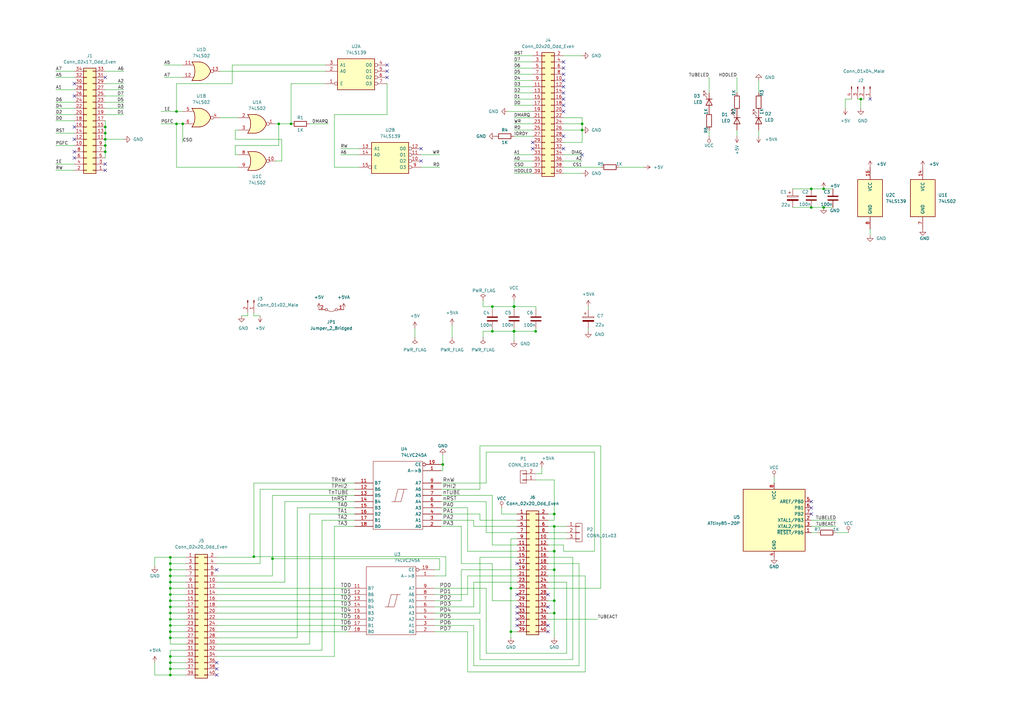
<source format=kicad_sch>
(kicad_sch (version 20211123) (generator eeschema)
  (paper "A3")
  (lib_symbols
    (symbol "74xx:74LS02" (pin_names (offset 1.016))
      (property "Reference" "U" (at 0 1.27 0))
      (property "Value" "74LS02" (at 0 -1.27 0))
      (symbol "74LS02_1_1"
        (pin output inverted (at 7.62 0 180) (length 3.81) (name "~") (number "1"))
        (pin input line (at -7.62 2.54 0) (length 4.318) (name "~") (number "2"))
        (pin input line (at -7.62 -2.54 0) (length 4.318) (name "~") (number "3"))
      )
      (symbol "74LS02_1_2"
        (pin output line (at 7.62 0 180) (length 3.81) (name "~") (number "1"))
        (pin input inverted (at -7.62 2.54 0) (length 3.81) (name "~") (number "2"))
        (pin input inverted (at -7.62 -2.54 0) (length 3.81) (name "~") (number "3"))
      )
      (symbol "74LS02_2_1"
        (pin output inverted (at 7.62 0 180) (length 3.81) (name "~") (number "4"))
        (pin input line (at -7.62 2.54 0) (length 4.318) (name "~") (number "5"))
        (pin input line (at -7.62 -2.54 0) (length 4.318) (name "~") (number "6"))
      )
      (symbol "74LS02_2_2"
        (pin output line (at 7.62 0 180) (length 3.81) (name "~") (number "4"))
        (pin input inverted (at -7.62 2.54 0) (length 3.81) (name "~") (number "5"))
        (pin input inverted (at -7.62 -2.54 0) (length 3.81) (name "~") (number "6"))
      )
      (symbol "74LS02_3_1"
        (pin output inverted (at 7.62 0 180) (length 3.81) (name "~") (number "10"))
        (pin input line (at -7.62 2.54 0) (length 4.318) (name "~") (number "8"))
        (pin input line (at -7.62 -2.54 0) (length 4.318) (name "~") (number "9"))
      )
      (symbol "74LS02_3_2"
        (pin output line (at 7.62 0 180) (length 3.81) (name "~") (number "10"))
        (pin input inverted (at -7.62 2.54 0) (length 3.81) (name "~") (number "8"))
        (pin input inverted (at -7.62 -2.54 0) (length 3.81) (name "~") (number "9"))
      )
      (symbol "74LS02_4_1"
        (pin input line (at -7.62 2.54 0) (length 4.318) (name "~") (number "11"))
        (pin input line (at -7.62 -2.54 0) (length 4.318) (name "~") (number "12"))
        (pin output inverted (at 7.62 0 180) (length 3.81) (name "~") (number "13"))
      )
      (symbol "74LS02_4_2"
        (pin input inverted (at -7.62 2.54 0) (length 3.81) (name "~") (number "11"))
        (pin input inverted (at -7.62 -2.54 0) (length 3.81) (name "~") (number "12"))
        (pin output line (at 7.62 0 180) (length 3.81) (name "~") (number "13"))
      )
      (symbol "74LS02_5_0"
        (pin power_in line (at 0 12.7 270) (length 5.08) (name "VCC") (number "14"))
        (pin power_in line (at 0 -12.7 90) (length 5.08) (name "GND") (number "7"))
      )
    )
    (symbol "74xx:74LS139" (pin_names (offset 1.016))
      (property "Reference" "U" (at -7.62 8.89 0))
      (property "Value" "74LS139" (at -7.62 -8.89 0))
      (symbol "74LS139_1_0"
        (pin input inverted (at -12.7 -5.08 0) (length 5.08) (name "E") (number "1"))
        (pin input line (at -12.7 0 0) (length 5.08) (name "A0") (number "2"))
        (pin input line (at -12.7 2.54 0) (length 5.08) (name "A1") (number "3"))
        (pin output inverted (at 12.7 2.54 180) (length 5.08) (name "O0") (number "4"))
        (pin output inverted (at 12.7 0 180) (length 5.08) (name "O1") (number "5"))
        (pin output inverted (at 12.7 -2.54 180) (length 5.08) (name "O2") (number "6"))
        (pin output inverted (at 12.7 -5.08 180) (length 5.08) (name "O3") (number "7"))
      )
      (symbol "74LS139_2_0"
        (pin output inverted (at 12.7 -2.54 180) (length 5.08) (name "O2") (number "10"))
        (pin output inverted (at 12.7 0 180) (length 5.08) (name "O1") (number "11"))
        (pin output inverted (at 12.7 2.54 180) (length 5.08) (name "O0") (number "12"))
        (pin input line (at -12.7 2.54 0) (length 5.08) (name "A1") (number "13"))
        (pin input line (at -12.7 0 0) (length 5.08) (name "A0") (number "14"))
        (pin input inverted (at -12.7 -5.08 0) (length 5.08) (name "E") (number "15"))
        (pin output inverted (at 12.7 -5.08 180) (length 5.08) (name "O3") (number "9"))
      )
      (symbol "74LS139_3_0"
        (pin power_in line (at 0 12.7 270) (length 5.08) (name "VCC") (number "16"))
        (pin power_in line (at 0 -12.7 90) (length 5.08) (name "GND") (number "8"))
      )
    )
    (symbol "BBCWinchesterPro:74LVC245A"
      (property "Reference" "U" (at 7.62 19.05 0))
      (property "Value" "74LVC245A" (at -10.795 19.05 0))
      (symbol "74LVC245A_0_0"
        (pin power_in line (at 0 -13.97 90) (length 0) hide (name "GND") (number "10"))
        (pin power_in line (at 0 13.97 270) (length 0) hide (name "VCC") (number "20"))
      )
      (symbol "74LVC245A_1_1"
        (pin input line (at -17.145 -10.16 0) (length 7.62) (name "A->B") (number "1"))
        (pin tri_state line (at 18.415 -5.08 180) (length 7.62) (name "B7") (number "11"))
        (pin tri_state line (at 18.415 -2.54 180) (length 7.62) (name "B6") (number "12"))
        (pin tri_state line (at 18.415 0 180) (length 7.62) (name "B5") (number "13"))
        (pin tri_state line (at 18.415 2.54 180) (length 7.62) (name "B4") (number "14"))
        (pin tri_state line (at 18.415 5.08 180) (length 7.62) (name "B3") (number "15"))
        (pin tri_state line (at 18.415 7.62 180) (length 7.62) (name "B2") (number "16"))
        (pin tri_state line (at 18.415 10.16 180) (length 7.62) (name "B1") (number "17"))
        (pin tri_state line (at 18.415 12.7 180) (length 7.62) (name "B0") (number "18"))
        (pin input inverted (at -17.145 -12.7 0) (length 7.62) (name "CE") (number "19"))
        (pin tri_state line (at -17.145 12.7 0) (length 7.62) (name "A0") (number "2"))
        (pin tri_state line (at -17.145 10.16 0) (length 7.62) (name "A1") (number "3"))
        (pin tri_state line (at -17.145 7.62 0) (length 7.62) (name "A2") (number "4"))
        (pin tri_state line (at -17.145 5.08 0) (length 7.62) (name "A3") (number "5"))
        (pin tri_state line (at -17.145 2.54 0) (length 7.62) (name "A4") (number "6"))
        (pin tri_state line (at -17.145 0 0) (length 7.62) (name "A5") (number "7"))
        (pin tri_state line (at -17.145 -2.54 0) (length 7.62) (name "A6") (number "8"))
        (pin tri_state line (at -17.145 -5.08 0) (length 7.62) (name "A7") (number "9"))
      )
    )
    (symbol "BBCWinchesterPro:CONN_01X02"
      (property "Reference" "P" (at -0.762 3.683 0))
      (property "Value" "CONN_01X02" (at 3.048 -0.508 90))
      (symbol "CONN_01X02_1_1"
        (pin passive line (at -4.699 1.016 0) (length 3.81) (name "") (number "1"))
        (pin passive line (at -4.699 -1.524 0) (length 3.81) (name "") (number "2"))
      )
    )
    (symbol "BBCWinchesterPro:CONN_01x03"
      (property "Reference" "P" (at 1.016 5.207 0))
      (property "Value" "CONN_01x03" (at 4.826 0 90))
      (symbol "CONN_01x03_1_1"
        (pin passive line (at -3.175 2.413 0) (length 3.81) (name "") (number "1"))
        (pin passive line (at -3.175 -0.127 0) (length 3.81) (name "") (number "2"))
        (pin passive line (at -3.175 -2.667 0) (length 3.81) (name "") (number "3"))
      )
    )
    (symbol "Connector:Conn_01x02_Male" (pin_names (offset 1.016) hide)
      (property "Reference" "J" (at 0 2.54 0))
      (property "Value" "Conn_01x02_Male" (at 0 -5.08 0))
      (symbol "Conn_01x02_Male_1_1"
        (pin passive line (at 5.08 0 180) (length 3.81) (name "Pin_1") (number "1"))
        (pin passive line (at 5.08 -2.54 180) (length 3.81) (name "Pin_2") (number "2"))
      )
    )
    (symbol "Connector:Conn_01x04_Male" (pin_names (offset 1.016) hide)
      (property "Reference" "J" (at 0 5.08 0))
      (property "Value" "Conn_01x04_Male" (at 0 -7.62 0))
      (symbol "Conn_01x04_Male_1_1"
        (pin passive line (at 5.08 2.54 180) (length 3.81) (name "Pin_1") (number "1"))
        (pin passive line (at 5.08 0 180) (length 3.81) (name "Pin_2") (number "2"))
        (pin passive line (at 5.08 -2.54 180) (length 3.81) (name "Pin_3") (number "3"))
        (pin passive line (at 5.08 -5.08 180) (length 3.81) (name "Pin_4") (number "4"))
      )
    )
    (symbol "Connector_Generic:Conn_02x17_Odd_Even" (pin_names (offset 1.016) hide)
      (property "Reference" "J" (at 1.27 22.86 0))
      (property "Value" "Conn_02x17_Odd_Even" (at 1.27 -22.86 0))
      (symbol "Conn_02x17_Odd_Even_1_1"
        (pin passive line (at -5.08 20.32 0) (length 3.81) (name "Pin_1") (number "1"))
        (pin passive line (at 7.62 10.16 180) (length 3.81) (name "Pin_10") (number "10"))
        (pin passive line (at -5.08 7.62 0) (length 3.81) (name "Pin_11") (number "11"))
        (pin passive line (at 7.62 7.62 180) (length 3.81) (name "Pin_12") (number "12"))
        (pin passive line (at -5.08 5.08 0) (length 3.81) (name "Pin_13") (number "13"))
        (pin passive line (at 7.62 5.08 180) (length 3.81) (name "Pin_14") (number "14"))
        (pin passive line (at -5.08 2.54 0) (length 3.81) (name "Pin_15") (number "15"))
        (pin passive line (at 7.62 2.54 180) (length 3.81) (name "Pin_16") (number "16"))
        (pin passive line (at -5.08 0 0) (length 3.81) (name "Pin_17") (number "17"))
        (pin passive line (at 7.62 0 180) (length 3.81) (name "Pin_18") (number "18"))
        (pin passive line (at -5.08 -2.54 0) (length 3.81) (name "Pin_19") (number "19"))
        (pin passive line (at 7.62 20.32 180) (length 3.81) (name "Pin_2") (number "2"))
        (pin passive line (at 7.62 -2.54 180) (length 3.81) (name "Pin_20") (number "20"))
        (pin passive line (at -5.08 -5.08 0) (length 3.81) (name "Pin_21") (number "21"))
        (pin passive line (at 7.62 -5.08 180) (length 3.81) (name "Pin_22") (number "22"))
        (pin passive line (at -5.08 -7.62 0) (length 3.81) (name "Pin_23") (number "23"))
        (pin passive line (at 7.62 -7.62 180) (length 3.81) (name "Pin_24") (number "24"))
        (pin passive line (at -5.08 -10.16 0) (length 3.81) (name "Pin_25") (number "25"))
        (pin passive line (at 7.62 -10.16 180) (length 3.81) (name "Pin_26") (number "26"))
        (pin passive line (at -5.08 -12.7 0) (length 3.81) (name "Pin_27") (number "27"))
        (pin passive line (at 7.62 -12.7 180) (length 3.81) (name "Pin_28") (number "28"))
        (pin passive line (at -5.08 -15.24 0) (length 3.81) (name "Pin_29") (number "29"))
        (pin passive line (at -5.08 17.78 0) (length 3.81) (name "Pin_3") (number "3"))
        (pin passive line (at 7.62 -15.24 180) (length 3.81) (name "Pin_30") (number "30"))
        (pin passive line (at -5.08 -17.78 0) (length 3.81) (name "Pin_31") (number "31"))
        (pin passive line (at 7.62 -17.78 180) (length 3.81) (name "Pin_32") (number "32"))
        (pin passive line (at -5.08 -20.32 0) (length 3.81) (name "Pin_33") (number "33"))
        (pin passive line (at 7.62 -20.32 180) (length 3.81) (name "Pin_34") (number "34"))
        (pin passive line (at 7.62 17.78 180) (length 3.81) (name "Pin_4") (number "4"))
        (pin passive line (at -5.08 15.24 0) (length 3.81) (name "Pin_5") (number "5"))
        (pin passive line (at 7.62 15.24 180) (length 3.81) (name "Pin_6") (number "6"))
        (pin passive line (at -5.08 12.7 0) (length 3.81) (name "Pin_7") (number "7"))
        (pin passive line (at 7.62 12.7 180) (length 3.81) (name "Pin_8") (number "8"))
        (pin passive line (at -5.08 10.16 0) (length 3.81) (name "Pin_9") (number "9"))
      )
    )
    (symbol "Connector_Generic:Conn_02x20_Odd_Even" (pin_names (offset 1.016) hide)
      (property "Reference" "J" (at 1.27 25.4 0))
      (property "Value" "Conn_02x20_Odd_Even" (at 1.27 -27.94 0))
      (symbol "Conn_02x20_Odd_Even_1_1"
        (pin passive line (at -5.08 22.86 0) (length 3.81) (name "Pin_1") (number "1"))
        (pin passive line (at 7.62 12.7 180) (length 3.81) (name "Pin_10") (number "10"))
        (pin passive line (at -5.08 10.16 0) (length 3.81) (name "Pin_11") (number "11"))
        (pin passive line (at 7.62 10.16 180) (length 3.81) (name "Pin_12") (number "12"))
        (pin passive line (at -5.08 7.62 0) (length 3.81) (name "Pin_13") (number "13"))
        (pin passive line (at 7.62 7.62 180) (length 3.81) (name "Pin_14") (number "14"))
        (pin passive line (at -5.08 5.08 0) (length 3.81) (name "Pin_15") (number "15"))
        (pin passive line (at 7.62 5.08 180) (length 3.81) (name "Pin_16") (number "16"))
        (pin passive line (at -5.08 2.54 0) (length 3.81) (name "Pin_17") (number "17"))
        (pin passive line (at 7.62 2.54 180) (length 3.81) (name "Pin_18") (number "18"))
        (pin passive line (at -5.08 0 0) (length 3.81) (name "Pin_19") (number "19"))
        (pin passive line (at 7.62 22.86 180) (length 3.81) (name "Pin_2") (number "2"))
        (pin passive line (at 7.62 0 180) (length 3.81) (name "Pin_20") (number "20"))
        (pin passive line (at -5.08 -2.54 0) (length 3.81) (name "Pin_21") (number "21"))
        (pin passive line (at 7.62 -2.54 180) (length 3.81) (name "Pin_22") (number "22"))
        (pin passive line (at -5.08 -5.08 0) (length 3.81) (name "Pin_23") (number "23"))
        (pin passive line (at 7.62 -5.08 180) (length 3.81) (name "Pin_24") (number "24"))
        (pin passive line (at -5.08 -7.62 0) (length 3.81) (name "Pin_25") (number "25"))
        (pin passive line (at 7.62 -7.62 180) (length 3.81) (name "Pin_26") (number "26"))
        (pin passive line (at -5.08 -10.16 0) (length 3.81) (name "Pin_27") (number "27"))
        (pin passive line (at 7.62 -10.16 180) (length 3.81) (name "Pin_28") (number "28"))
        (pin passive line (at -5.08 -12.7 0) (length 3.81) (name "Pin_29") (number "29"))
        (pin passive line (at -5.08 20.32 0) (length 3.81) (name "Pin_3") (number "3"))
        (pin passive line (at 7.62 -12.7 180) (length 3.81) (name "Pin_30") (number "30"))
        (pin passive line (at -5.08 -15.24 0) (length 3.81) (name "Pin_31") (number "31"))
        (pin passive line (at 7.62 -15.24 180) (length 3.81) (name "Pin_32") (number "32"))
        (pin passive line (at -5.08 -17.78 0) (length 3.81) (name "Pin_33") (number "33"))
        (pin passive line (at 7.62 -17.78 180) (length 3.81) (name "Pin_34") (number "34"))
        (pin passive line (at -5.08 -20.32 0) (length 3.81) (name "Pin_35") (number "35"))
        (pin passive line (at 7.62 -20.32 180) (length 3.81) (name "Pin_36") (number "36"))
        (pin passive line (at -5.08 -22.86 0) (length 3.81) (name "Pin_37") (number "37"))
        (pin passive line (at 7.62 -22.86 180) (length 3.81) (name "Pin_38") (number "38"))
        (pin passive line (at -5.08 -25.4 0) (length 3.81) (name "Pin_39") (number "39"))
        (pin passive line (at 7.62 20.32 180) (length 3.81) (name "Pin_4") (number "4"))
        (pin passive line (at 7.62 -25.4 180) (length 3.81) (name "Pin_40") (number "40"))
        (pin passive line (at -5.08 17.78 0) (length 3.81) (name "Pin_5") (number "5"))
        (pin passive line (at 7.62 17.78 180) (length 3.81) (name "Pin_6") (number "6"))
        (pin passive line (at -5.08 15.24 0) (length 3.81) (name "Pin_7") (number "7"))
        (pin passive line (at 7.62 15.24 180) (length 3.81) (name "Pin_8") (number "8"))
        (pin passive line (at -5.08 12.7 0) (length 3.81) (name "Pin_9") (number "9"))
      )
    )
    (symbol "Device:C" (pin_numbers hide) (pin_names (offset 0.254))
      (property "Reference" "C" (at 0.635 2.54 0))
      (property "Value" "C" (at 0.635 -2.54 0))
      (symbol "C_1_1"
        (pin passive line (at 0 3.81 270) (length 2.794) (name "~") (number "1"))
        (pin passive line (at 0 -3.81 90) (length 2.794) (name "~") (number "2"))
      )
    )
    (symbol "Device:C_Polarized" (pin_numbers hide) (pin_names (offset 0.254))
      (property "Reference" "C" (at 0.635 2.54 0))
      (property "Value" "C_Polarized" (at 0.635 -2.54 0))
      (symbol "C_Polarized_1_1"
        (pin passive line (at 0 3.81 270) (length 2.794) (name "~") (number "1"))
        (pin passive line (at 0 -3.81 90) (length 2.794) (name "~") (number "2"))
      )
    )
    (symbol "Device:LED" (pin_numbers hide) (pin_names (offset 1.016) hide)
      (property "Reference" "D" (at 0 2.54 0))
      (property "Value" "LED" (at 0 -2.54 0))
      (symbol "LED_1_1"
        (pin passive line (at -3.81 0 0) (length 2.54) (name "K") (number "1"))
        (pin passive line (at 3.81 0 180) (length 2.54) (name "A") (number "2"))
      )
    )
    (symbol "Device:R" (pin_numbers hide) (pin_names (offset 0))
      (property "Reference" "R" (at 2.032 0 90))
      (property "Value" "R" (at 0 0 90))
      (symbol "R_1_1"
        (pin passive line (at 0 3.81 270) (length 1.27) (name "~") (number "1"))
        (pin passive line (at 0 -3.81 90) (length 1.27) (name "~") (number "2"))
      )
    )
    (symbol "Jumper:Jumper_2_Bridged" (pin_names (offset 0) hide)
      (property "Reference" "JP" (at 0 1.905 0))
      (property "Value" "Jumper_2_Bridged" (at 0 -2.54 0))
      (symbol "Jumper_2_Bridged_1_1"
        (pin passive line (at -5.08 0 0) (length 2.54) (name "A") (number "1"))
        (pin passive line (at 5.08 0 180) (length 2.54) (name "B") (number "2"))
      )
    )
    (symbol "MCU_Microchip_ATtiny:ATtiny85-20P"
      (property "Reference" "U" (at -12.7 13.97 0))
      (property "Value" "ATtiny85-20P" (at 2.54 -13.97 0))
      (symbol "ATtiny85-20P_1_1"
        (pin bidirectional line (at 15.24 -5.08 180) (length 2.54) (name "~{RESET}/PB5") (number "1"))
        (pin bidirectional line (at 15.24 0 180) (length 2.54) (name "XTAL1/PB3") (number "2"))
        (pin bidirectional line (at 15.24 -2.54 180) (length 2.54) (name "XTAL2/PB4") (number "3"))
        (pin power_in line (at 0 -15.24 90) (length 2.54) (name "GND") (number "4"))
        (pin bidirectional line (at 15.24 7.62 180) (length 2.54) (name "AREF/PB0") (number "5"))
        (pin bidirectional line (at 15.24 5.08 180) (length 2.54) (name "PB1") (number "6"))
        (pin bidirectional line (at 15.24 2.54 180) (length 2.54) (name "PB2") (number "7"))
        (pin power_in line (at 0 15.24 270) (length 2.54) (name "VCC") (number "8"))
      )
    )
    (symbol "pitubedirect-hat-dip-rescue:GND" (power) (pin_names (offset 0))
      (property "Value" "GND" (at 0 -3.81 0))
      (symbol "GND_1_1"
        (pin power_in line (at 0 0 270) (length 0) hide (name "GND") (number "1"))
      )
    )
    (symbol "pitubedirect-hat-dip-rescue:VCC" (power) (pin_names (offset 0))
      (property "Value" "VCC" (at 0 3.81 0))
      (symbol "VCC_1_1"
        (pin power_in line (at 0 0 90) (length 0) hide (name "VCC") (number "1"))
      )
    )
    (symbol "power:+5V" (power) (pin_names (offset 0))
      (property "Value" "+5V" (at 0 3.556 0))
      (symbol "+5V_1_1"
        (pin power_in line (at 0 0 90) (length 0) hide (name "+5V") (number "1"))
      )
    )
    (symbol "power:+5VA" (power) (pin_names (offset 0))
      (property "Value" "+5VA" (at 0 3.556 0))
      (symbol "+5VA_1_1"
        (pin power_in line (at 0 0 90) (length 0) hide (name "+5VA") (number "1"))
      )
    )
    (symbol "power:GND" (power) (pin_names (offset 0))
      (property "Value" "GND" (at 0 -3.81 0))
      (symbol "GND_1_1"
        (pin power_in line (at 0 0 270) (length 0) hide (name "GND") (number "1"))
      )
    )
    (symbol "power:PWR_FLAG" (power) (pin_numbers hide) (pin_names (offset 0) hide)
      (property "Value" "PWR_FLAG" (at 0 3.81 0))
      (symbol "PWR_FLAG_0_0"
        (pin power_out line (at 0 0 90) (length 0) (name "pwr") (number "1"))
      )
    )
    (symbol "power:VCC" (power) (pin_names (offset 0))
      (property "Value" "VCC" (at 0 3.81 0))
      (symbol "VCC_1_1"
        (pin power_in line (at 0 0 90) (length 0) hide (name "VCC") (number "1"))
      )
    )
  )
  (junction (at 119.38 50.8))
  (junction (at 201.9554 135.89))
  (junction (at 69.85 261.62))
  (junction (at 201.9554 125.73))
  (junction (at 69.85 256.54))
  (junction (at 227.33 215.9))
  (junction (at 337.82 77.47))
  (junction (at 227.33 246.38))
  (junction (at 111.76 229.1334))
  (junction (at 69.85 259.08))
  (junction (at 210.8454 125.73))
  (junction (at 337.82 85.09))
  (junction (at 72.39 45.72))
  (junction (at 238.76 53.34))
  (junction (at 69.85 246.38))
  (junction (at 227.33 210.82))
  (junction (at 69.85 233.68))
  (junction (at 209.55 241.3))
  (junction (at 227.33 251.46))
  (junction (at 69.85 241.3))
  (junction (at 43.18 52.07))
  (junction (at 69.85 236.22))
  (junction (at 210.82 135.89))
  (junction (at 69.85 269.24))
  (junction (at 332.74 85.09))
  (junction (at 69.85 248.92))
  (junction (at 227.33 226.06))
  (junction (at 69.85 276.86))
  (junction (at 209.55 259.08))
  (junction (at 210.8454 135.89))
  (junction (at 227.33 233.68))
  (junction (at 69.85 238.76))
  (junction (at 219.6846 135.89))
  (junction (at 69.85 274.32))
  (junction (at 104.14 228.2952))
  (junction (at 69.85 228.6))
  (junction (at 114.3 50.8))
  (junction (at 69.85 243.84))
  (junction (at 43.18 57.15))
  (junction (at 353.06 40.64))
  (junction (at 238.76 50.8))
  (junction (at 43.18 54.61))
  (junction (at 69.85 254))
  (junction (at 69.85 271.78))
  (junction (at 74.93 50.8))
  (junction (at 43.18 62.23))
  (junction (at 332.74 77.47))
  (junction (at 210.82 125.73))
  (junction (at 69.85 251.46))
  (junction (at 69.85 231.14))
  (junction (at 72.39 50.8))
  (junction (at 181.61 190.5))
  (junction (at 43.18 59.69))
  (no_connect (at 231.14 30.48))
  (no_connect (at 88.9 274.32))
  (no_connect (at 231.14 43.18))
  (no_connect (at 356.87 40.64))
  (no_connect (at 88.9 271.78))
  (no_connect (at 88.9 276.86))
  (no_connect (at 332.74 205.74))
  (no_connect (at 238.76 63.5))
  (no_connect (at 224.79 248.92))
  (no_connect (at 231.14 35.56))
  (no_connect (at 212.09 256.54))
  (no_connect (at 30.48 39.37))
  (no_connect (at 43.18 31.75))
  (no_connect (at 30.48 64.77))
  (no_connect (at 212.09 251.46))
  (no_connect (at 212.09 243.84))
  (no_connect (at 30.48 62.23))
  (no_connect (at 218.44 60.96))
  (no_connect (at 224.79 259.08))
  (no_connect (at 30.48 34.29))
  (no_connect (at 158.75 26.67))
  (no_connect (at 231.14 38.1))
  (no_connect (at 231.14 55.88))
  (no_connect (at 218.44 58.42))
  (no_connect (at 43.18 69.85))
  (no_connect (at 172.72 60.96))
  (no_connect (at 231.14 33.02))
  (no_connect (at 231.14 25.4))
  (no_connect (at 231.14 45.72))
  (no_connect (at 231.14 60.96))
  (no_connect (at 172.72 66.04))
  (no_connect (at 30.48 52.07))
  (no_connect (at 88.9 233.68))
  (no_connect (at 212.09 248.92))
  (no_connect (at 158.75 29.21))
  (no_connect (at 231.14 40.64))
  (no_connect (at 332.74 208.28))
  (no_connect (at 224.79 256.54))
  (no_connect (at 224.79 243.84))
  (no_connect (at 212.09 231.14))
  (no_connect (at 30.48 57.15))
  (no_connect (at 332.74 210.82))
  (no_connect (at 158.75 31.75))
  (no_connect (at 43.18 67.31))
  (no_connect (at 212.09 254))
  (no_connect (at 231.14 27.94))
  (wire (pts (xy 127 264.16) (xy 127 210.82)))
  (wire (pts (xy 22.86 31.75) (xy 30.48 31.75)))
  (wire (pts (xy 66.04 50.8) (xy 72.39 50.8)))
  (wire (pts (xy 231.14 63.5) (xy 238.76 63.5)))
  (wire (pts (xy 231.14 58.42) (xy 238.76 58.42)))
  (wire (pts (xy 111.76 229.1334) (xy 111.76 236.22)))
  (wire (pts (xy 191.77 208.28) (xy 191.77 226.06)))
  (wire (pts (xy 69.85 254) (xy 69.85 256.54)))
  (wire (pts (xy 210.82 53.34) (xy 218.44 53.34)))
  (wire (pts (xy 96.52 63.5) (xy 97.79 63.5)))
  (wire (pts (xy 241.3 135.89) (xy 241.3 134.6708)))
  (wire (pts (xy 22.86 44.45) (xy 30.48 44.45)))
  (wire (pts (xy 337.82 85.09) (xy 341.63 85.09)))
  (wire (pts (xy 332.74 213.36) (xy 342.9 213.36)))
  (wire (pts (xy 88.9 248.92) (xy 142.6464 248.92)))
  (wire (pts (xy 43.18 41.91) (xy 50.8 41.91)))
  (wire (pts (xy 234.95 228.6) (xy 234.95 270.51)))
  (wire (pts (xy 332.74 77.47) (xy 337.82 77.47)))
  (wire (pts (xy 346.71 40.64) (xy 349.25 40.64)))
  (wire (pts (xy 88.9 243.84) (xy 142.6464 243.84)))
  (wire (pts (xy 337.82 77.47) (xy 341.63 77.47)))
  (wire (pts (xy 209.55 259.08) (xy 209.55 261.62)))
  (wire (pts (xy 196.85 270.51) (xy 196.85 254)))
  (wire (pts (xy 210.82 135.89) (xy 210.8454 135.89)))
  (wire (pts (xy 198.12 138.43) (xy 198.12 135.89)))
  (wire (pts (xy 104.14 129.54) (xy 104.14 128.27)))
  (wire (pts (xy 212.09 228.6) (xy 196.85 228.6)))
  (wire (pts (xy 22.86 69.85) (xy 30.48 69.85)))
  (wire (pts (xy 132.08 213.36) (xy 145.415 213.36)))
  (wire (pts (xy 69.85 228.6) (xy 76.2 228.6)))
  (wire (pts (xy 172.72 68.58) (xy 180.34 68.58)))
  (wire (pts (xy 181.61 186.69) (xy 181.61 190.5)))
  (wire (pts (xy 210.82 43.18) (xy 218.44 43.18)))
  (wire (pts (xy 224.79 241.3) (xy 246.38 241.3)))
  (wire (pts (xy 180.975 215.9) (xy 189.23 215.9)))
  (wire (pts (xy 201.9554 135.89) (xy 210.82 135.89)))
  (wire (pts (xy 76.2 266.7) (xy 69.85 266.7)))
  (wire (pts (xy 311.15 33.02) (xy 311.15 38.1)))
  (wire (pts (xy 111.76 229.1334) (xy 180.3146 229.1334)))
  (wire (pts (xy 119.38 34.29) (xy 119.38 50.8)))
  (wire (pts (xy 342.9 218.44) (xy 347.98 218.44)))
  (wire (pts (xy 111.76 203.2) (xy 111.76 229.1334)))
  (wire (pts (xy 180.975 210.82) (xy 196.85 210.82)))
  (wire (pts (xy 178.2064 259.08) (xy 191.77 259.08)))
  (wire (pts (xy 43.18 54.61) (xy 43.18 57.15)))
  (wire (pts (xy 101.6 128.27) (xy 101.6 129.54)))
  (wire (pts (xy 69.85 248.92) (xy 76.2 248.92)))
  (wire (pts (xy 210.8454 125.73) (xy 219.8116 125.73)))
  (wire (pts (xy 210.82 22.86) (xy 218.44 22.86)))
  (wire (pts (xy 104.14 198.12) (xy 145.415 198.12)))
  (wire (pts (xy 67.31 31.75) (xy 74.93 31.75)))
  (wire (pts (xy 180.975 203.2) (xy 201.93 203.2)))
  (wire (pts (xy 69.85 271.78) (xy 76.2 271.78)))
  (wire (pts (xy 96.52 59.69) (xy 114.3 59.69)))
  (wire (pts (xy 22.86 41.91) (xy 30.48 41.91)))
  (wire (pts (xy 210.82 48.26) (xy 218.44 48.26)))
  (wire (pts (xy 69.85 254) (xy 76.2 254)))
  (wire (pts (xy 227.33 246.38) (xy 227.33 251.46)))
  (wire (pts (xy 209.55 241.3) (xy 212.09 241.3)))
  (wire (pts (xy 332.74 85.09) (xy 337.82 85.09)))
  (wire (pts (xy 332.74 215.9) (xy 342.9 215.9)))
  (wire (pts (xy 99.06 129.54) (xy 101.6 129.54)))
  (wire (pts (xy 90.17 29.21) (xy 133.35 29.21)))
  (wire (pts (xy 210.82 33.02) (xy 218.44 33.02)))
  (wire (pts (xy 224.79 236.22) (xy 240.03 236.22)))
  (wire (pts (xy 227.33 213.36) (xy 224.79 213.36)))
  (wire (pts (xy 69.85 274.32) (xy 76.2 274.32)))
  (wire (pts (xy 191.77 226.06) (xy 212.09 226.06)))
  (wire (pts (xy 63.5 228.6) (xy 63.5 232.41)))
  (wire (pts (xy 178.2064 236.22) (xy 182.88 236.22)))
  (wire (pts (xy 88.9 259.08) (xy 142.6464 259.08)))
  (wire (pts (xy 351.79 40.64) (xy 353.06 40.64)))
  (wire (pts (xy 22.86 46.99) (xy 30.48 46.99)))
  (wire (pts (xy 76.2 269.24) (xy 69.85 269.24)))
  (wire (pts (xy 178.2064 241.3) (xy 199.39 241.3)))
  (wire (pts (xy 231.14 53.34) (xy 238.76 53.34)))
  (wire (pts (xy 238.76 50.8) (xy 238.76 53.34)))
  (wire (pts (xy 201.93 223.52) (xy 212.09 223.52)))
  (wire (pts (xy 67.31 26.67) (xy 74.93 26.67)))
  (wire (pts (xy 72.39 68.58) (xy 72.39 50.8)))
  (wire (pts (xy 180.975 200.66) (xy 196.85 200.66)))
  (wire (pts (xy 69.85 271.78) (xy 69.85 274.32)))
  (wire (pts (xy 231.14 226.06) (xy 243.84 226.06)))
  (wire (pts (xy 180.975 190.5) (xy 181.61 190.5)))
  (wire (pts (xy 74.93 50.8) (xy 74.93 58.42)))
  (wire (pts (xy 88.9 238.76) (xy 116.84 238.76)))
  (wire (pts (xy 210.82 40.64) (xy 218.44 40.64)))
  (wire (pts (xy 43.18 36.83) (xy 50.8 36.83)))
  (wire (pts (xy 72.39 45.72) (xy 74.93 45.72)))
  (wire (pts (xy 180.975 213.36) (xy 194.31 213.36)))
  (wire (pts (xy 114.3 50.8) (xy 119.38 50.8)))
  (wire (pts (xy 201.9554 134.6454) (xy 201.9554 135.89)))
  (wire (pts (xy 201.93 231.14) (xy 189.23 231.14)))
  (wire (pts (xy 63.5 276.86) (xy 69.85 276.86)))
  (wire (pts (xy 69.85 236.22) (xy 69.85 238.76)))
  (wire (pts (xy 43.18 39.37) (xy 50.8 39.37)))
  (wire (pts (xy 212.09 238.76) (xy 194.31 238.76)))
  (wire (pts (xy 205.74 210.82) (xy 205.74 208.28)))
  (wire (pts (xy 69.85 259.08) (xy 76.2 259.08)))
  (wire (pts (xy 104.14 228.2952) (xy 104.14 228.6)))
  (wire (pts (xy 194.31 238.76) (xy 194.31 248.92)))
  (wire (pts (xy 353.06 40.64) (xy 353.06 44.45)))
  (wire (pts (xy 69.85 241.3) (xy 69.85 243.84)))
  (wire (pts (xy 178.2064 233.68) (xy 180.3146 233.68)))
  (wire (pts (xy 104.14 198.12) (xy 104.14 228.2952)))
  (wire (pts (xy 133.35 26.67) (xy 95.25 26.67)))
  (wire (pts (xy 69.85 256.54) (xy 76.2 256.54)))
  (wire (pts (xy 201.9554 125.73) (xy 210.82 125.73)))
  (wire (pts (xy 88.9 246.38) (xy 142.6464 246.38)))
  (wire (pts (xy 231.14 71.12) (xy 238.76 71.12)))
  (wire (pts (xy 22.86 29.21) (xy 30.48 29.21)))
  (wire (pts (xy 210.82 25.4) (xy 218.44 25.4)))
  (wire (pts (xy 72.39 50.8) (xy 74.93 50.8)))
  (wire (pts (xy 231.14 68.58) (xy 246.38 68.58)))
  (wire (pts (xy 116.84 238.76) (xy 116.84 205.74)))
  (wire (pts (xy 121.92 261.62) (xy 88.9 261.62)))
  (wire (pts (xy 104.14 228.6) (xy 88.9 228.6)))
  (wire (pts (xy 224.79 220.98) (xy 232.3846 220.98)))
  (wire (pts (xy 137.16 269.24) (xy 137.16 215.9)))
  (wire (pts (xy 63.5 228.6) (xy 69.85 228.6)))
  (wire (pts (xy 201.9554 125.73) (xy 201.9554 127.0254)))
  (wire (pts (xy 346.71 44.45) (xy 346.71 40.64)))
  (wire (pts (xy 172.72 63.5) (xy 180.34 63.5)))
  (wire (pts (xy 238.76 48.26) (xy 238.76 50.8)))
  (wire (pts (xy 210.82 123.19) (xy 210.82 125.73)))
  (wire (pts (xy 43.18 34.29) (xy 50.8 34.29)))
  (wire (pts (xy 182.88 228.2952) (xy 182.88 236.22)))
  (wire (pts (xy 104.14 228.2952) (xy 182.88 228.2952)))
  (wire (pts (xy 69.85 261.62) (xy 76.2 261.62)))
  (wire (pts (xy 198.12 123.19) (xy 198.12 125.73)))
  (wire (pts (xy 210.82 63.5) (xy 218.44 63.5)))
  (wire (pts (xy 196.85 213.36) (xy 196.85 210.82)))
  (wire (pts (xy 72.39 34.29) (xy 72.39 45.72)))
  (wire (pts (xy 114.3 59.69) (xy 114.3 50.8)))
  (wire (pts (xy 210.82 55.88) (xy 218.44 55.88)))
  (wire (pts (xy 88.9 254) (xy 142.6464 254)))
  (wire (pts (xy 137.16 215.9) (xy 145.415 215.9)))
  (wire (pts (xy 227.33 226.06) (xy 224.79 226.06)))
  (wire (pts (xy 201.93 203.2) (xy 201.93 223.52)))
  (wire (pts (xy 137.16 46.99) (xy 137.16 68.58)))
  (wire (pts (xy 232.41 267.97) (xy 199.39 267.97)))
  (wire (pts (xy 63.5 276.86) (xy 63.5 271.78)))
  (wire (pts (xy 178.2064 251.46) (xy 196.85 251.46)))
  (wire (pts (xy 227.33 233.68) (xy 227.33 246.38)))
  (wire (pts (xy 227.33 251.46) (xy 227.33 261.62)))
  (wire (pts (xy 224.79 254) (xy 245.11 254)))
  (wire (pts (xy 212.09 220.98) (xy 209.55 220.98)))
  (wire (pts (xy 69.85 246.38) (xy 69.85 248.92)))
  (wire (pts (xy 69.85 231.14) (xy 69.85 233.68)))
  (wire (pts (xy 88.9 264.16) (xy 127 264.16)))
  (wire (pts (xy 127 50.8) (xy 134.62 50.8)))
  (wire (pts (xy 22.86 54.61) (xy 30.48 54.61)))
  (wire (pts (xy 22.86 59.69) (xy 30.48 59.69)))
  (wire (pts (xy 222.25 191.77) (xy 222.25 194.31)))
  (wire (pts (xy 227.33 246.38) (xy 224.79 246.38)))
  (wire (pts (xy 43.18 59.69) (xy 43.18 62.23)))
  (wire (pts (xy 210.82 27.94) (xy 218.44 27.94)))
  (wire (pts (xy 180.3146 229.1334) (xy 180.3146 233.68)))
  (wire (pts (xy 224.79 228.6) (xy 234.95 228.6)))
  (wire (pts (xy 69.85 241.3) (xy 76.2 241.3)))
  (wire (pts (xy 227.33 251.46) (xy 224.79 251.46)))
  (wire (pts (xy 201.93 246.38) (xy 201.93 231.14)))
  (wire (pts (xy 209.55 220.98) (xy 209.55 241.3)))
  (wire (pts (xy 137.16 68.58) (xy 147.32 68.58)))
  (wire (pts (xy 88.9 251.46) (xy 142.6464 251.46)))
  (wire (pts (xy 69.85 259.08) (xy 69.85 261.62)))
  (wire (pts (xy 106.68 231.14) (xy 88.9 231.14)))
  (wire (pts (xy 332.74 218.44) (xy 335.28 218.44)))
  (wire (pts (xy 210.82 125.73) (xy 210.8454 125.73)))
  (wire (pts (xy 180.975 205.74) (xy 199.39 205.74)))
  (wire (pts (xy 290.83 31.75) (xy 290.83 38.1)))
  (wire (pts (xy 95.25 34.29) (xy 72.39 34.29)))
  (wire (pts (xy 317.5 198.12) (xy 317.5 195.58)))
  (wire (pts (xy 69.85 246.38) (xy 76.2 246.38)))
  (wire (pts (xy 210.8454 135.89) (xy 219.6846 135.89)))
  (wire (pts (xy 191.77 259.08) (xy 191.77 275.59)))
  (wire (pts (xy 198.12 135.89) (xy 201.9554 135.89)))
  (wire (pts (xy 139.7 63.5) (xy 147.32 63.5)))
  (wire (pts (xy 90.17 48.26) (xy 97.79 48.26)))
  (wire (pts (xy 43.18 52.07) (xy 43.18 54.61)))
  (wire (pts (xy 185.42 133.35) (xy 185.42 138.43)))
  (wire (pts (xy 237.49 231.14) (xy 237.49 273.05)))
  (wire (pts (xy 224.79 215.9) (xy 227.33 215.9)))
  (wire (pts (xy 311.15 55.88) (xy 311.15 53.34)))
  (wire (pts (xy 243.84 185.42) (xy 199.39 185.42)))
  (wire (pts (xy 113.03 50.8) (xy 114.3 50.8)))
  (wire (pts (xy 72.39 68.58) (xy 97.79 68.58)))
  (wire (pts (xy 95.25 26.67) (xy 95.25 34.29)))
  (wire (pts (xy 219.7354 194.31) (xy 222.25 194.31)))
  (wire (pts (xy 178.2064 246.38) (xy 189.23 246.38)))
  (wire (pts (xy 241.3 125.73) (xy 241.3 127.0508)))
  (wire (pts (xy 196.85 228.6) (xy 196.85 251.46)))
  (wire (pts (xy 199.39 205.74) (xy 199.39 218.44)))
  (wire (pts (xy 302.26 31.75) (xy 302.26 38.1)))
  (wire (pts (xy 231.14 66.04) (xy 238.76 66.04)))
  (wire (pts (xy 194.31 213.36) (xy 194.31 215.9)))
  (wire (pts (xy 210.82 66.04) (xy 218.44 66.04)))
  (wire (pts (xy 22.86 67.31) (xy 30.48 67.31)))
  (wire (pts (xy 227.33 210.82) (xy 227.33 213.36)))
  (wire (pts (xy 210.82 50.8) (xy 218.44 50.8)))
  (wire (pts (xy 189.23 233.68) (xy 189.23 246.38)))
  (wire (pts (xy 69.85 233.68) (xy 69.85 236.22)))
  (wire (pts (xy 69.85 269.24) (xy 69.85 271.78)))
  (wire (pts (xy 238.76 53.34) (xy 238.76 58.42)))
  (wire (pts (xy 69.85 264.16) (xy 76.2 264.16)))
  (wire (pts (xy 227.33 233.68) (xy 224.79 233.68)))
  (wire (pts (xy 208.28 45.72) (xy 218.44 45.72)))
  (wire (pts (xy 121.92 208.28) (xy 121.92 261.62)))
  (wire (pts (xy 209.55 241.3) (xy 209.55 259.08)))
  (wire (pts (xy 178.2064 254) (xy 196.85 254)))
  (wire (pts (xy 199.39 267.97) (xy 199.39 241.3)))
  (wire (pts (xy 69.85 261.62) (xy 69.85 264.16)))
  (wire (pts (xy 212.09 236.22) (xy 191.77 236.22)))
  (wire (pts (xy 325.12 85.09) (xy 332.74 85.09)))
  (wire (pts (xy 325.12 77.47) (xy 332.74 77.47)))
  (wire (pts (xy 210.8454 125.73) (xy 210.8454 126.9746)))
  (wire (pts (xy 69.85 238.76) (xy 76.2 238.76)))
  (wire (pts (xy 224.79 231.14) (xy 237.49 231.14)))
  (wire (pts (xy 212.09 246.38) (xy 201.93 246.38)))
  (wire (pts (xy 231.14 223.52) (xy 231.14 226.06)))
  (wire (pts (xy 240.03 236.22) (xy 240.03 275.59)))
  (wire (pts (xy 69.85 233.68) (xy 76.2 233.68)))
  (wire (pts (xy 180.975 208.28) (xy 191.77 208.28)))
  (wire (pts (xy 121.92 208.28) (xy 145.415 208.28)))
  (wire (pts (xy 22.86 36.83) (xy 30.48 36.83)))
  (wire (pts (xy 231.14 50.8) (xy 238.76 50.8)))
  (wire (pts (xy 224.79 238.76) (xy 232.41 238.76)))
  (wire (pts (xy 69.85 274.32) (xy 69.85 276.86)))
  (wire (pts (xy 96.52 53.34) (xy 97.79 53.34)))
  (wire (pts (xy 43.18 62.23) (xy 43.18 64.77)))
  (wire (pts (xy 69.85 243.84) (xy 69.85 246.38)))
  (wire (pts (xy 106.68 200.66) (xy 145.415 200.66)))
  (wire (pts (xy 240.03 275.59) (xy 191.77 275.59)))
  (wire (pts (xy 227.33 196.85) (xy 227.33 210.82)))
  (wire (pts (xy 170.18 138.43) (xy 170.18 134.62)))
  (wire (pts (xy 290.83 53.34) (xy 290.83 55.88)))
  (wire (pts (xy 209.55 259.08) (xy 212.09 259.08)))
  (wire (pts (xy 224.79 223.52) (xy 231.14 223.52)))
  (wire (pts (xy 234.95 270.51) (xy 196.85 270.51)))
  (wire (pts (xy 224.79 218.44) (xy 232.3846 218.44)))
  (wire (pts (xy 356.87 93.98) (xy 356.87 96.52)))
  (wire (pts (xy 243.84 226.06) (xy 243.84 185.42)))
  (wire (pts (xy 232.41 238.76) (xy 232.41 267.97)))
  (wire (pts (xy 113.03 66.04) (xy 115.57 66.04)))
  (wire (pts (xy 43.18 49.53) (xy 43.18 52.07)))
  (wire (pts (xy 139.7 60.96) (xy 147.32 60.96)))
  (wire (pts (xy 199.39 218.44) (xy 212.09 218.44)))
  (wire (pts (xy 106.68 129.54) (xy 104.14 129.54)))
  (wire (pts (xy 88.9 256.54) (xy 142.6464 256.54)))
  (wire (pts (xy 219.8116 127) (xy 219.8116 125.73)))
  (wire (pts (xy 181.61 190.5) (xy 181.61 193.04)))
  (wire (pts (xy 111.76 236.22) (xy 88.9 236.22)))
  (wire (pts (xy 210.82 30.48) (xy 218.44 30.48)))
  (wire (pts (xy 88.9 266.7) (xy 132.08 266.7)))
  (wire (pts (xy 69.85 248.92) (xy 69.85 251.46)))
  (wire (pts (xy 237.49 273.05) (xy 194.31 273.05)))
  (wire (pts (xy 210.8454 134.5946) (xy 210.8454 135.89)))
  (wire (pts (xy 69.85 256.54) (xy 69.85 259.08)))
  (wire (pts (xy 69.85 251.46) (xy 76.2 251.46)))
  (wire (pts (xy 219.6846 135.89) (xy 219.8116 135.89)))
  (wire (pts (xy 189.23 231.14) (xy 189.23 215.9)))
  (wire (pts (xy 210.82 35.56) (xy 218.44 35.56)))
  (wire (pts (xy 158.75 46.99) (xy 137.16 46.99)))
  (wire (pts (xy 227.33 215.9) (xy 232.3846 215.9)))
  (wire (pts (xy 196.85 182.88) (xy 196.85 200.66)))
  (wire (pts (xy 69.85 266.7) (xy 69.85 269.24)))
  (wire (pts (xy 132.08 266.7) (xy 132.08 213.36)))
  (wire (pts (xy 178.2064 243.84) (xy 191.77 243.84)))
  (wire (pts (xy 212.09 233.68) (xy 189.23 233.68)))
  (wire (pts (xy 22.86 49.53) (xy 30.48 49.53)))
  (wire (pts (xy 69.85 276.86) (xy 76.2 276.86)))
  (wire (pts (xy 191.77 236.22) (xy 191.77 243.84)))
  (wire (pts (xy 180.975 193.04) (xy 181.61 193.04)))
  (wire (pts (xy 69.85 243.84) (xy 76.2 243.84)))
  (wire (pts (xy 210.82 68.58) (xy 218.44 68.58)))
  (wire (pts (xy 231.14 48.26) (xy 238.76 48.26)))
  (wire (pts (xy 76.2 231.14) (xy 69.85 231.14)))
  (wire (pts (xy 231.14 22.86) (xy 238.76 22.86)))
  (wire (pts (xy 227.33 210.82) (xy 224.79 210.82)))
  (wire (pts (xy 246.38 182.88) (xy 196.85 182.88)))
  (wire (pts (xy 88.9 269.24) (xy 137.16 269.24)))
  (wire (pts (xy 43.18 57.15) (xy 43.18 59.69)))
  (wire (pts (xy 106.68 200.66) (xy 106.68 231.14)))
  (wire (pts (xy 353.06 40.64) (xy 354.33 40.64)))
  (wire (pts (xy 116.84 205.74) (xy 145.415 205.74)))
  (wire (pts (xy 178.2064 248.92) (xy 194.31 248.92)))
  (wire (pts (xy 210.82 71.12) (xy 218.44 71.12)))
  (wire (pts (xy 210.82 135.89) (xy 210.82 139.7)))
  (wire (pts (xy 69.85 228.6) (xy 69.85 231.14)))
  (wire (pts (xy 254 68.58) (xy 264.16 68.58)))
  (wire (pts (xy 43.18 57.15) (xy 50.8 57.15)))
  (wire (pts (xy 198.12 125.73) (xy 201.9554 125.73)))
  (wire (pts (xy 88.9 241.3) (xy 142.6464 241.3)))
  (wire (pts (xy 178.2064 256.54) (xy 194.31 256.54)))
  (wire (pts (xy 133.35 34.29) (xy 119.38 34.29)))
  (wire (pts (xy 66.04 45.72) (xy 72.39 45.72)))
  (wire (pts (xy 210.82 38.1) (xy 218.44 38.1)))
  (wire (pts (xy 96.52 63.5) (xy 96.52 59.69)))
  (wire (pts (xy 43.18 44.45) (xy 50.8 44.45)))
  (wire (pts (xy 43.18 46.99) (xy 50.8 46.99)))
  (wire (pts (xy 227.33 215.9) (xy 227.33 226.06)))
  (wire (pts (xy 212.09 213.36) (xy 196.85 213.36)))
  (wire (pts (xy 111.76 203.2) (xy 145.415 203.2)))
  (wire (pts (xy 115.57 66.04) (xy 115.57 57.15)))
  (wire (pts (xy 69.85 251.46) (xy 69.85 254)))
  (wire (pts (xy 246.38 241.3) (xy 246.38 182.88)))
  (wire (pts (xy 69.85 238.76) (xy 69.85 241.3)))
  (wire (pts (xy 205.74 210.82) (xy 212.09 210.82)))
  (wire (pts (xy 219.8116 134.62) (xy 219.8116 135.89)))
  (wire (pts (xy 158.75 34.29) (xy 158.75 46.99)))
  (wire (pts (xy 115.57 57.15) (xy 96.52 57.15)))
  (wire (pts (xy 302.26 53.34) (xy 302.26 55.88)))
  (wire (pts (xy 227.33 226.06) (xy 227.33 233.68)))
  (wire (pts (xy 180.975 198.12) (xy 199.39 198.12)))
  (wire (pts (xy 219.7354 196.85) (xy 227.33 196.85)))
  (wire (pts (xy 194.31 273.05) (xy 194.31 256.54)))
  (wire (pts (xy 194.31 215.9) (xy 212.09 215.9)))
  (wire (pts (xy 127 210.82) (xy 145.415 210.82)))
  (wire (pts (xy 43.18 29.21) (xy 50.8 29.21)))
  (wire (pts (xy 199.39 185.42) (xy 199.39 198.12)))
  (wire (pts (xy 96.52 57.15) (xy 96.52 53.34)))
  (wire (pts (xy 69.85 236.22) (xy 76.2 236.22)))
  (label "D3" (at 210.82 35.56 0))
  (label "PGFC" (at 66.04 50.8 0))
  (label "RW" (at 139.7 60.96 0))
  (label "IORDY" (at 210.82 55.88 0))
  (label "PD5" (at 180.34 254 0) (effects (font (size 1.524 1.524))))
  (label "PD1" (at 180.34 243.84 0) (effects (font (size 1.524 1.524))))
  (label "TPHI2" (at 135.89 200.66 0) (effects (font (size 1.524 1.524))))
  (label "D5" (at 210.82 30.48 0))
  (label "DMARQ" (at 210.82 48.26 0))
  (label "nRST" (at 181.61 205.74 0) (effects (font (size 1.524 1.524))))
  (label "D5" (at 50.8 41.91 180))
  (label "PD6" (at 180.34 256.54 0) (effects (font (size 1.524 1.524))))
  (label "PD0" (at 180.34 241.3 0) (effects (font (size 1.524 1.524))))
  (label "PHI2" (at 181.61 200.66 0) (effects (font (size 1.524 1.524))))
  (label "WR" (at 180.34 63.5 180))
  (label "A1" (at 22.86 36.83 0))
  (label "TD7" (at 139.7 259.08 0) (effects (font (size 1.524 1.524))))
  (label "D7" (at 210.82 25.4 0))
  (label "A1" (at 210.82 63.5 0))
  (label "D0" (at 22.86 49.53 0))
  (label "TA0" (at 138.43 208.28 0) (effects (font (size 1.524 1.524))))
  (label "TD3" (at 139.7 248.92 0) (effects (font (size 1.524 1.524))))
  (label "CSO" (at 210.82 68.58 0))
  (label "RnW" (at 181.61 198.12 0) (effects (font (size 1.524 1.524))))
  (label "1E" (at 22.86 67.31 0))
  (label "TnTUBE" (at 134.62 203.2 0) (effects (font (size 1.524 1.524))))
  (label "DIAG" (at 238.76 63.5 180))
  (label "A0" (at 50.8 36.83 180))
  (label "RST" (at 210.82 22.86 0))
  (label "D4" (at 210.82 33.02 0))
  (label "D6" (at 210.82 27.94 0))
  (label "TUBEACT" (at 342.9 215.9 180))
  (label "A6" (at 139.7 63.5 0))
  (label "HDDLED" (at 302.26 31.75 180))
  (label "D6" (at 22.86 41.91 0))
  (label "TRnW" (at 135.89 198.12 0) (effects (font (size 1.524 1.524))))
  (label "CSO" (at 74.93 58.42 0))
  (label "A6" (at 50.8 29.21 180))
  (label "A5" (at 22.86 31.75 0))
  (label "nTUBE" (at 181.61 203.2 0) (effects (font (size 1.524 1.524))))
  (label "TD5" (at 139.7 254 0) (effects (font (size 1.524 1.524))))
  (label "D0" (at 210.82 43.18 0))
  (label "A2" (at 238.76 66.04 180))
  (label "D2" (at 210.82 38.1 0))
  (label "TA2" (at 138.43 213.36 0) (effects (font (size 1.524 1.524))))
  (label "PD4" (at 180.34 251.46 0) (effects (font (size 1.524 1.524))))
  (label "A7" (at 22.86 29.21 0))
  (label "RW" (at 22.86 69.85 0))
  (label "PD2" (at 180.34 246.38 0) (effects (font (size 1.524 1.524))))
  (label "TD6" (at 139.7 256.54 0) (effects (font (size 1.524 1.524))))
  (label "PA2" (at 181.61 213.36 0) (effects (font (size 1.524 1.524))))
  (label "tnRST" (at 135.89 205.74 0) (effects (font (size 1.524 1.524))))
  (label "D1" (at 50.8 46.99 180))
  (label "PGFC" (at 22.86 59.69 0))
  (label "D7" (at 50.8 39.37 180))
  (label "D1" (at 210.82 40.64 0))
  (label "PD3" (at 180.34 248.92 0) (effects (font (size 1.524 1.524))))
  (label "TD2" (at 139.7 246.38 0) (effects (font (size 1.524 1.524))))
  (label "TD1" (at 139.7 243.84 0) (effects (font (size 1.524 1.524))))
  (label "HDDLED" (at 210.82 71.12 0))
  (label "WR" (at 210.82 50.8 0))
  (label "CS1" (at 238.76 68.58 180))
  (label "TD4" (at 139.7 251.46 0) (effects (font (size 1.524 1.524))))
  (label "PA1" (at 181.61 210.82 0) (effects (font (size 1.524 1.524))))
  (label "D3" (at 50.8 44.45 180))
  (label "TA1" (at 138.43 210.82 0) (effects (font (size 1.524 1.524))))
  (label "D4" (at 22.86 44.45 0))
  (label "DMARQ" (at 134.62 50.8 180))
  (label "RD" (at 180.34 68.58 180))
  (label "A5" (at 67.31 26.67 0))
  (label "A7" (at 67.31 31.75 0))
  (label "TUBELED" (at 342.9 213.36 180))
  (label "TD0" (at 139.7 241.3 0) (effects (font (size 1.524 1.524))))
  (label "A2" (at 50.8 34.29 180))
  (label "TUBEACT" (at 245.11 254 0))
  (label "PD7" (at 180.34 259.08 0) (effects (font (size 1.524 1.524))))
  (label "1E" (at 67.31 45.72 0))
  (label "A0" (at 210.82 66.04 0))
  (label "RD" (at 210.82 53.34 0))
  (label "PA0" (at 181.61 208.28 0) (effects (font (size 1.524 1.524))))
  (label "PA3" (at 181.61 215.9 0) (effects (font (size 1.524 1.524))))
  (label "TUBELED" (at 290.83 31.75 180))
  (label "D2" (at 22.86 46.99 0))
  (label "RST" (at 22.86 54.61 0))
  (label "TA3" (at 138.43 215.9 0) (effects (font (size 1.524 1.524))))
  (symbol (lib_id "power:GND") (at 203.2 55.88 270) (unit 1)
    (property "Reference" "#PWR08" (effects hide))
    (property "Value" "GND" (at 199.39 55.8799 90) (effects (justify right)))
  )
  (symbol (lib_id "pitubedirect-hat-dip-rescue:VCC") (at 205.74 208.28 0) (unit 1)
    (property "Reference" "#PWR031" (effects hide))
    (property "Value" "VCC" (at 205.74 204.47 0))
  )
  (symbol (lib_id "BBCWinchesterPro:CONN_01X02") (at 215.0364 195.834 180) (unit 1)
    (property "Reference" "P1" (at 214.6554 188.1632 0))
    (property "Value" "CONN_01X02" (at 214.6554 190.7032 0))
    (property "Footprint" "Connector_PinHeader_2.54mm:PinHeader_1x02_P2.54mm_Vertical" (effects hide))
  )
  (symbol (lib_id "power:GND") (at 238.76 71.12 90) (unit 1)
    (property "Reference" "#PWR017" (effects hide))
    (property "Value" "GND" (at 242.57 71.1199 90) (effects (justify right)))
  )
  (symbol (lib_id "power:+5VA") (at 185.42 133.35 0) (unit 1)
    (property "Reference" "#PWR030" (effects hide))
    (property "Value" "+5VA" (at 185.42 128.27 0))
  )
  (symbol (lib_id "Device:C_Polarized") (at 325.12 81.28 0) (unit 1)
    (property "Reference" "C1" (at 320.04 78.74 0) (effects (justify left)))
    (property "Value" "22u" (at 320.3702 83.9978 0) (effects (justify left)))
    (property "Footprint" "Capacitor_THT:CP_Radial_D5.0mm_P2.00mm" (effects hide))
  )
  (symbol (lib_id "74xx:74LS02") (at 105.41 50.8 0) (unit 1)
    (property "Reference" "U1" (at 105.41 41.91 0))
    (property "Value" "74LS02" (at 105.41 44.45 0))
    (property "Footprint" "Package_DIP:DIP-14_W7.62mm_Socket" (effects hide))
    (property "Datasheet" "http://www.ti.com/lit/gpn/sn74ls02" (effects hide))
  )
  (symbol (lib_id "Device:R") (at 250.19 68.58 270) (unit 1)
    (property "Reference" "R5" (at 246.38 67.31 90))
    (property "Value" "1K" (at 254 67.31 90))
    (property "Footprint" "Resistor_THT:R_Axial_DIN0207_L6.3mm_D2.5mm_P7.62mm_Horizontal" (effects hide))
  )
  (symbol (lib_id "pitubedirect-hat-dip-rescue:VCC") (at 317.5 195.58 0) (unit 1)
    (property "Reference" "#PWR0106" (effects hide))
    (property "Value" "VCC" (at 317.5 191.77 0))
  )
  (symbol (lib_id "Device:LED") (at 311.15 49.53 270) (unit 1)
    (property "Reference" "D2" (at 313.69 46.6724 90) (effects (justify left)))
    (property "Value" "LED" (at 313.69 49.2124 90) (effects (justify left)))
    (property "Footprint" "Connector_PinHeader_2.54mm:PinHeader_1x02_P2.54mm_Vertical" (effects hide))
  )
  (symbol (lib_id "power:+5V") (at 170.18 134.62 0) (unit 1)
    (property "Reference" "#PWR02" (effects hide))
    (property "Value" "+5V" (at 170.18 129.54 0))
  )
  (symbol (lib_id "BBCWinchesterPro:74LVC245A") (at 163.83 203.2 180) (unit 1)
    (property "Reference" "U4" (at 164.3506 184.15 0) (effects (justify right)))
    (property "Value" "74LVC245A" (at 164.3506 186.69 0) (effects (justify right)))
    (property "Footprint" "Package_DIP:DIP-20_W7.62mm_Socket" (effects hide))
  )
  (symbol (lib_id "power:GND") (at 50.8 57.15 90) (unit 1)
    (property "Reference" "#PWR01" (effects hide))
    (property "Value" "GND" (at 54.61 57.1499 90) (effects (justify right)))
  )
  (symbol (lib_id "pitubedirect-hat-dip-rescue:VCC") (at 290.83 55.88 180) (unit 1)
    (property "Reference" "#PWR037" (effects hide))
    (property "Value" "VCC" (at 290.83 59.69 0))
  )
  (symbol (lib_id "74xx:74LS02") (at 105.41 66.04 0) (unit 3)
    (property "Reference" "U1" (at 105.41 72.39 0))
    (property "Value" "74LS02" (at 105.41 74.93 0))
    (property "Footprint" "Package_DIP:DIP-14_W7.62mm_Socket" (effects hide))
    (property "Datasheet" "http://www.ti.com/lit/gpn/sn74ls02" (effects hide))
  )
  (symbol (lib_id "power:VCC") (at 210.82 123.19 0) (unit 1)
    (property "Reference" "#PWR0101" (effects hide))
    (property "Value" "VCC" (at 210.82 118.0846 0))
  )
  (symbol (lib_id "power:GND") (at 311.15 33.02 180) (unit 1)
    (property "Reference" "#PWR09" (effects hide))
    (property "Value" "GND" (at 313.69 31.7499 0) (effects (justify right)))
  )
  (symbol (lib_id "power:PWR_FLAG") (at 198.12 138.43 180) (unit 1)
    (property "Reference" "#FLG0102" (effects hide))
    (property "Value" "PWR_FLAG" (at 198.12 143.51 0))
  )
  (symbol (lib_id "power:+5VA") (at 140.97 127 0) (unit 1)
    (property "Reference" "#PWR024" (effects hide))
    (property "Value" "+5VA" (at 140.97 121.92 0))
  )
  (symbol (lib_id "power:GND") (at 353.06 44.45 0) (unit 1)
    (property "Reference" "#PWR04" (effects hide))
    (property "Value" "GND" (at 351.79 49.53 0) (effects (justify left)))
  )
  (symbol (lib_id "Device:C") (at 219.8116 130.81 0) (unit 1)
    (property "Reference" "C6" (at 216.0016 128.27 0) (effects (justify left)))
    (property "Value" "100n" (at 214.7316 133.35 0) (effects (justify left)))
    (property "Footprint" "Capacitor_THT:C_Rect_L7.0mm_W2.5mm_P5.00mm" (effects hide))
  )
  (symbol (lib_id "74xx:74LS139") (at 160.02 63.5 0) (unit 2)
    (property "Reference" "U2" (at 160.02 53.34 0))
    (property "Value" "74LS139" (at 160.02 55.88 0))
    (property "Footprint" "Package_DIP:DIP-16_W7.62mm_Socket" (effects hide))
    (property "Datasheet" "http://www.ti.com/lit/ds/symlink/sn74ls139a.pdf" (effects hide))
  )
  (symbol (lib_id "Device:C") (at 210.8454 130.7846 0) (unit 1)
    (property "Reference" "C5" (at 207.0354 128.2446 0) (effects (justify left)))
    (property "Value" "100n" (at 205.7654 133.3246 0) (effects (justify left)))
    (property "Footprint" "Capacitor_THT:C_Rect_L7.0mm_W2.5mm_P5.00mm" (effects hide))
  )
  (symbol (lib_id "pitubedirect-hat-dip-rescue:GND") (at 317.5 228.6 0) (unit 1)
    (property "Reference" "#PWR038" (effects hide))
    (property "Value" "GND" (at 317.5 232.41 0))
  )
  (symbol (lib_id "power:GND") (at 210.82 139.7 0) (unit 1)
    (property "Reference" "#PWR0102" (effects hide))
    (property "Value" "GND" (at 213.36 140.9699 0) (effects (justify left)))
  )
  (symbol (lib_id "power:GND") (at 238.76 22.86 90) (unit 1)
    (property "Reference" "#PWR015" (effects hide))
    (property "Value" "GND" (at 242.57 22.8599 90) (effects (justify right)))
  )
  (symbol (lib_id "Device:R") (at 339.09 218.44 270) (unit 1)
    (property "Reference" "R7" (at 335.28 217.17 90))
    (property "Value" "1K" (at 342.9 217.17 90))
    (property "Footprint" "Resistor_THT:R_Axial_DIN0207_L6.3mm_D2.5mm_P7.62mm_Horizontal" (effects hide))
  )
  (symbol (lib_id "Device:R") (at 290.83 49.53 0) (unit 1)
    (property "Reference" "R6" (at 289.56 53.34 90))
    (property "Value" "1K" (at 289.56 45.72 90))
    (property "Footprint" "Resistor_THT:R_Axial_DIN0207_L6.3mm_D2.5mm_P7.62mm_Horizontal" (effects hide))
  )
  (symbol (lib_id "power:+5VA") (at 63.5 271.78 0) (unit 1)
    (property "Reference" "#PWR0103" (effects hide))
    (property "Value" "+5VA" (at 63.5 266.7 0))
  )
  (symbol (lib_id "pitubedirect-hat-dip-rescue:GND") (at 63.5 232.41 0) (unit 1)
    (property "Reference" "#PWR018" (effects hide))
    (property "Value" "GND" (at 63.5 236.22 0))
  )
  (symbol (lib_id "pitubedirect-hat-dip-rescue:GND") (at 227.33 261.62 0) (unit 1)
    (property "Reference" "#PWR036" (effects hide))
    (property "Value" "GND" (at 227.33 265.43 0))
  )
  (symbol (lib_id "pitubedirect-hat-dip-rescue:GND") (at 209.55 261.62 0) (unit 1)
    (property "Reference" "#PWR032" (effects hide))
    (property "Value" "GND" (at 209.55 265.43 0))
  )
  (symbol (lib_id "power:+5V") (at 378.46 68.58 0) (unit 1)
    (property "Reference" "#PWR019" (effects hide))
    (property "Value" "+5V" (at 381 67.3099 0) (effects (justify left)))
  )
  (symbol (lib_id "power:+5V") (at 264.16 68.58 270) (unit 1)
    (property "Reference" "#PWR021" (effects hide))
    (property "Value" "+5V" (at 267.97 68.5799 90) (effects (justify left)))
  )
  (symbol (lib_id "Jumper:Jumper_2_Bridged") (at 135.89 127 180) (unit 1)
    (property "Reference" "JP1" (at 135.89 132.08 0))
    (property "Value" "Jumper_2_Bridged" (at 135.89 134.62 0))
    (property "Footprint" "Connector_PinHeader_2.54mm:PinHeader_1x02_P2.54mm_Vertical" (effects hide))
  )
  (symbol (lib_id "power:+5VA") (at 241.3 125.73 0) (unit 1)
    (property "Reference" "#PWR0104" (effects hide))
    (property "Value" "+5VA" (at 241.3 120.65 0))
  )
  (symbol (lib_id "Device:LED") (at 290.83 41.91 270) (unit 1)
    (property "Reference" "D3" (at 284.48 39.37 90) (effects (justify left)))
    (property "Value" "LED" (at 284.48 41.91 90) (effects (justify left)))
    (property "Footprint" "Connector_PinHeader_2.54mm:PinHeader_1x02_P2.54mm_Vertical" (effects hide))
  )
  (symbol (lib_id "74xx:74LS139") (at 356.87 81.28 0) (unit 3)
    (property "Reference" "U2" (at 363.22 80.0099 0) (effects (justify left)))
    (property "Value" "74LS139" (at 363.22 82.5499 0) (effects (justify left)))
    (property "Footprint" "Package_DIP:DIP-16_W7.62mm_Socket" (effects hide))
    (property "Datasheet" "http://www.ti.com/lit/ds/symlink/sn74ls139a.pdf" (effects hide))
  )
  (symbol (lib_id "Device:R") (at 207.01 55.88 90) (unit 1)
    (property "Reference" "R4" (at 207.01 53.34 90))
    (property "Value" "1K" (at 207.01 58.42 90))
    (property "Footprint" "Resistor_THT:R_Axial_DIN0207_L6.3mm_D2.5mm_P7.62mm_Horizontal" (effects hide))
  )
  (symbol (lib_id "power:PWR_FLAG") (at 170.18 138.43 180) (unit 1)
    (property "Reference" "#FLG0104" (effects hide))
    (property "Value" "PWR_FLAG" (at 170.18 143.51 0))
  )
  (symbol (lib_id "BBCWinchesterPro:74LVC245A") (at 161.0614 246.38 180) (unit 1)
    (property "Reference" "U3" (at 161.582 227.33 0) (effects (justify right)))
    (property "Value" "74LVC245A" (at 161.582 229.87 0) (effects (justify right)))
    (property "Footprint" "Package_DIP:DIP-20_W7.62mm_Socket" (effects hide))
  )
  (symbol (lib_id "74xx:74LS02") (at 378.46 81.28 0) (unit 5)
    (property "Reference" "U1" (at 384.81 80.0099 0) (effects (justify left)))
    (property "Value" "74LS02" (at 384.81 82.5499 0) (effects (justify left)))
    (property "Footprint" "Package_DIP:DIP-14_W7.62mm_Socket" (effects hide))
    (property "Datasheet" "http://www.ti.com/lit/gpn/sn74ls02" (effects hide))
  )
  (symbol (lib_id "Connector:Conn_01x02_Male") (at 104.14 123.19 270) (unit 1)
    (property "Reference" "J3" (at 105.41 122.5549 90) (effects (justify left)))
    (property "Value" "Conn_01x02_Male" (at 105.41 125.0949 90) (effects (justify left)))
    (property "Footprint" "Connector_PinHeader_2.54mm:PinHeader_1x02_P2.54mm_Vertical" (effects hide))
  )
  (symbol (lib_id "BBCWinchesterPro:CONN_01x03") (at 235.5596 218.313 0) (unit 1)
    (property "Reference" "P2" (at 240.5888 217.1699 0) (effects (justify left)))
    (property "Value" "CONN_01x03" (at 240.5888 219.7099 0) (effects (justify left)))
    (property "Footprint" "Connector_PinHeader_2.54mm:PinHeader_1x03_P2.54mm_Vertical" (effects hide))
  )
  (symbol (lib_id "Connector_Generic:Conn_02x20_Odd_Even") (at 81.28 251.46 0) (unit 1)
    (property "Reference" "J5" (at 82.55 221.7674 0))
    (property "Value" "Conn_02x20_Odd_Even" (at 82.55 224.3074 0))
    (property "Footprint" "Connector_IDC:IDC-Header_2x20_P2.54mm_Vertical" (effects hide))
  )
  (symbol (lib_id "power:GND") (at 337.82 85.09 0) (unit 1)
    (property "Reference" "#PWR011" (effects hide))
    (property "Value" "GND" (at 340.36 86.3599 0) (effects (justify left)))
  )
  (symbol (lib_id "power:PWR_FLAG") (at 185.42 138.43 180) (unit 1)
    (property "Reference" "#FLG0103" (effects hide))
    (property "Value" "PWR_FLAG" (at 185.42 143.51 0))
  )
  (symbol (lib_id "power:GND") (at 208.28 45.72 270) (unit 1)
    (property "Reference" "#PWR012" (effects hide))
    (property "Value" "GND" (at 204.47 45.7199 90) (effects (justify right)))
  )
  (symbol (lib_id "power:+5V") (at 337.82 77.47 0) (unit 1)
    (property "Reference" "#PWR010" (effects hide))
    (property "Value" "+5V" (at 340.36 76.1999 0) (effects (justify left)))
  )
  (symbol (lib_id "power:GND") (at 378.46 93.98 0) (unit 1)
    (property "Reference" "#PWR020" (effects hide))
    (property "Value" "GND" (at 377.19 97.79 0) (effects (justify left)))
  )
  (symbol (lib_id "Connector_Generic:Conn_02x17_Odd_Even") (at 38.1 49.53 180) (unit 1)
    (property "Reference" "J1" (at 36.83 22.86 0))
    (property "Value" "Conn_02x17_Odd_Even" (at 36.83 25.4 0))
    (property "Footprint" "Connector_IDC:IDC-Header_2x17_P2.54mm_Vertical" (effects hide))
  )
  (symbol (lib_id "74xx:74LS02") (at 82.55 29.21 0) (unit 4)
    (property "Reference" "U1" (at 82.55 20.32 0))
    (property "Value" "74LS02" (at 82.55 22.86 0))
    (property "Footprint" "Package_DIP:DIP-14_W7.62mm_Socket" (effects hide))
    (property "Datasheet" "http://www.ti.com/lit/gpn/sn74ls02" (effects hide))
  )
  (symbol (lib_id "power:GND") (at 99.06 129.54 0) (unit 1)
    (property "Reference" "#PWR05" (effects hide))
    (property "Value" "GND" (at 97.79 134.62 0) (effects (justify left)))
  )
  (symbol (lib_id "MCU_Microchip_ATtiny:ATtiny85-20P") (at 317.5 213.36 0) (unit 1)
    (property "Reference" "U5" (at 303.53 212.0899 0) (effects (justify right)))
    (property "Value" "ATtiny85-20P" (at 303.53 214.6299 0) (effects (justify right)))
    (property "Footprint" "Package_DIP:DIP-8_W7.62mm" (effects hide))
    (property "Datasheet" "http://ww1.microchip.com/downloads/en/DeviceDoc/atmel-2586-avr-8-bit-microcontroller-attiny25-attiny45-attiny85_datasheet.pdf" (effects hide))
  )
  (symbol (lib_id "power:GND") (at 238.76 53.34 90) (unit 1)
    (property "Reference" "#PWR016" (effects hide))
    (property "Value" "GND" (at 242.57 53.3399 90) (effects (justify right)))
  )
  (symbol (lib_id "power:GND") (at 241.3 135.89 0) (unit 1)
    (property "Reference" "#PWR0105" (effects hide))
    (property "Value" "GND" (at 243.84 137.1599 0) (effects (justify left)))
  )
  (symbol (lib_id "power:+5V") (at 356.87 68.58 0) (unit 1)
    (property "Reference" "#PWR013" (effects hide))
    (property "Value" "+5V" (at 359.41 67.3099 0) (effects (justify left)))
  )
  (symbol (lib_id "Connector_Generic:Conn_02x20_Odd_Even") (at 217.17 233.68 0) (unit 1)
    (property "Reference" "J6" (at 218.44 203.9874 0))
    (property "Value" "Conn_02x20_Odd_Even" (at 218.44 206.5274 0))
    (property "Footprint" "Module:Raspberry_Pi_Zero_Socketed_THT_FaceDown_MountingHoles" (effects hide))
  )
  (symbol (lib_id "Device:C") (at 332.74 81.28 0) (unit 1)
    (property "Reference" "C2" (at 328.93 78.74 0) (effects (justify left)))
    (property "Value" "100n" (at 327.66 83.82 0) (effects (justify left)))
    (property "Footprint" "Capacitor_THT:C_Rect_L7.0mm_W2.5mm_P5.00mm" (effects hide))
  )
  (symbol (lib_id "power:PWR_FLAG") (at 198.12 123.19 0) (unit 1)
    (property "Reference" "#FLG0101" (effects hide))
    (property "Value" "PWR_FLAG" (at 193.6242 119.2022 0) (effects (justify left)))
  )
  (symbol (lib_id "power:GND") (at 356.87 96.52 0) (unit 1)
    (property "Reference" "#PWR014" (effects hide))
    (property "Value" "GND" (at 359.41 97.7899 0) (effects (justify left)))
  )
  (symbol (lib_id "Device:R") (at 123.19 50.8 90) (unit 1)
    (property "Reference" "R1" (at 123.19 48.26 90))
    (property "Value" "1K" (at 123.19 53.34 90))
    (property "Footprint" "Resistor_THT:R_Axial_DIN0207_L6.3mm_D2.5mm_P7.62mm_Horizontal" (effects hide))
  )
  (symbol (lib_id "power:+5V") (at 302.26 55.88 180) (unit 1)
    (property "Reference" "#PWR07" (effects hide))
    (property "Value" "+5V" (at 302.26 63.5 90) (effects (justify right)))
  )
  (symbol (lib_id "power:+5VA") (at 311.15 55.88 180) (unit 1)
    (property "Reference" "#PWR0107" (effects hide))
    (property "Value" "+5VA" (at 313.69 57.1499 0) (effects (justify right)))
  )
  (symbol (lib_id "Connector_Generic:Conn_02x20_Odd_Even") (at 223.52 45.72 0) (unit 1)
    (property "Reference" "J4" (at 224.79 16.51 0))
    (property "Value" "Conn_02x20_Odd_Even" (at 224.79 19.05 0))
    (property "Footprint" "AliExpress_Stuff:CF-Adapter" (effects hide))
  )
  (symbol (lib_id "pitubedirect-hat-dip-rescue:VCC") (at 347.98 218.44 0) (unit 1)
    (property "Reference" "#PWR022" (effects hide))
    (property "Value" "VCC" (at 347.98 214.63 0))
  )
  (symbol (lib_id "Connector:Conn_01x04_Male") (at 354.33 35.56 270) (unit 1)
    (property "Reference" "J2" (at 353.06 33.02 90))
    (property "Value" "Conn_01x04_Male" (at 354.33 29.21 90))
    (property "Footprint" "Connector_PinHeader_2.54mm:PinHeader_1x04_P2.54mm_Vertical" (effects hide))
  )
  (symbol (lib_id "Device:C_Polarized") (at 241.3 130.8608 0) (unit 1)
    (property "Reference" "C7" (at 244.856 129.54 0) (effects (justify left)))
    (property "Value" "22u" (at 244.1194 133.1976 0) (effects (justify left)))
    (property "Footprint" "Capacitor_THT:CP_Radial_D5.0mm_P2.00mm" (effects hide))
  )
  (symbol (lib_id "Device:C") (at 201.9554 130.8354 0) (unit 1)
    (property "Reference" "C4" (at 198.1454 128.2954 0) (effects (justify left)))
    (property "Value" "100n" (at 196.8754 133.3754 0) (effects (justify left)))
    (property "Footprint" "Capacitor_THT:C_Rect_L7.0mm_W2.5mm_P5.00mm" (effects hide))
  )
  (symbol (lib_id "Device:LED") (at 302.26 49.53 270) (unit 1)
    (property "Reference" "D1" (at 295.91 46.99 90) (effects (justify left)))
    (property "Value" "LED" (at 295.91 49.53 90) (effects (justify left)))
    (property "Footprint" "Connector_PinHeader_2.54mm:PinHeader_1x02_P2.54mm_Vertical" (effects hide))
  )
  (symbol (lib_id "power:+5V") (at 130.81 127 0) (unit 1)
    (property "Reference" "#PWR023" (effects hide))
    (property "Value" "+5V" (at 130.81 121.92 0))
  )
  (symbol (lib_id "power:+5V") (at 106.68 129.54 180) (unit 1)
    (property "Reference" "#PWR06" (effects hide))
    (property "Value" "+5V" (at 106.68 134.62 0))
  )
  (symbol (lib_id "Device:R") (at 302.26 41.91 0) (unit 1)
    (property "Reference" "R2" (at 300.99 45.72 90))
    (property "Value" "1K" (at 300.99 38.1 90))
    (property "Footprint" "Resistor_THT:R_Axial_DIN0207_L6.3mm_D2.5mm_P7.62mm_Horizontal" (effects hide))
  )
  (symbol (lib_id "74xx:74LS02") (at 82.55 48.26 0) (unit 2)
    (property "Reference" "U1" (at 82.55 39.37 0))
    (property "Value" "74LS02" (at 82.55 41.91 0))
    (property "Footprint" "Package_DIP:DIP-14_W7.62mm_Socket" (effects hide))
    (property "Datasheet" "http://www.ti.com/lit/gpn/sn74ls02" (effects hide))
  )
  (symbol (lib_id "power:+5VA") (at 222.25 191.77 0) (unit 1)
    (property "Reference" "#PWR035" (effects hide))
    (property "Value" "+5VA" (at 224.79 187.96 0))
  )
  (symbol (lib_id "pitubedirect-hat-dip-rescue:GND") (at 181.61 186.69 180) (unit 1)
    (property "Reference" "#PWR029" (effects hide))
    (property "Value" "GND" (at 181.61 182.88 0))
  )
  (symbol (lib_id "Device:R") (at 311.15 41.91 180) (unit 1)
    (property "Reference" "R3" (at 312.42 38.1 90))
    (property "Value" "1K" (at 312.42 45.72 90))
    (property "Footprint" "Resistor_THT:R_Axial_DIN0207_L6.3mm_D2.5mm_P7.62mm_Horizontal" (effects hide))
  )
  (symbol (lib_id "power:+5V") (at 346.71 44.45 180) (unit 1)
    (property "Reference" "#PWR03" (effects hide))
    (property "Value" "+5V" (at 346.71 49.53 0))
  )
  (symbol (lib_id "74xx:74LS139") (at 146.05 29.21 0) (unit 1)
    (property "Reference" "U2" (at 146.05 19.05 0))
    (property "Value" "74LS139" (at 146.05 21.59 0))
    (property "Footprint" "Package_DIP:DIP-16_W7.62mm_Socket" (effects hide))
    (property "Datasheet" "http://www.ti.com/lit/ds/symlink/sn74ls139a.pdf" (effects hide))
  )
  (symbol (lib_id "Device:C") (at 341.63 81.28 0) (unit 1)
    (property "Reference" "C3" (at 337.82 78.74 0) (effects (justify left)))
    (property "Value" "100n" (at 336.55 83.82 0) (effects (justify left)))
    (property "Footprint" "Capacitor_THT:C_Rect_L7.0mm_W2.0mm_P5.00mm" (effects hide))
  )
)
</source>
